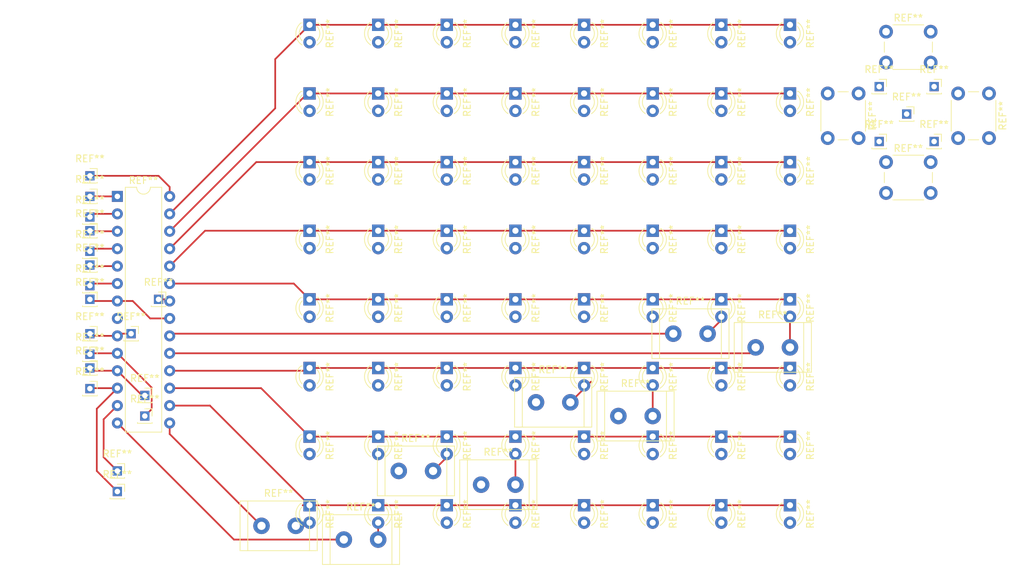
<source format=kicad_pcb>
(kicad_pcb (version 20171130) (host pcbnew 5.1.9)
  (layers (0 F.Cu signal) (31 B.Cu signal) (34 B.Paste user) (35 F.Paste user) (36 B.SilkS user) (37 F.SilkS user) (38 B.Mask user) (39 F.Mask user) (44 Edge.Cuts user))
  (net 0 "")
  (module Resistor_THT:R_Radial_Power_L11.0mm_W7.0mm_P5.00mm (layer F.Cu) (at 133 85)
    (fp_text reference REF** (at 2.5 -4.75) (layer F.SilkS))
    (fp_text value R_Radial_Power_L11.0mm_W7.0mm_P5.00mm)
    (pad 2 thru_hole circle (at 5 0) (size 2.4 2.4) (drill 1.2) (layers *.Cu *.Mask))
    (pad 1 thru_hole circle (at 0 0) (size 2.4 2.4) (drill 1.2) (layers *.Cu *.Mask))
  )
  (module Resistor_THT:R_Radial_Power_L11.0mm_W7.0mm_P5.00mm (layer F.Cu) (at 145 87)
    (fp_text reference REF** (at 2.5 -4.75) (layer F.SilkS))
    (fp_text value R_Radial_Power_L11.0mm_W7.0mm_P5.00mm)
    (pad 1 thru_hole circle (at 0 0) (size 2.4 2.4) (drill 1.2) (layers *.Cu *.Mask))
    (pad 2 thru_hole circle (at 5 0) (size 2.4 2.4) (drill 1.2) (layers *.Cu *.Mask))
  )
  (module Resistor_THT:R_Radial_Power_L11.0mm_W7.0mm_P5.00mm (layer F.Cu) (at 125 97)
    (fp_text reference REF** (at 2.5 -4.75) (layer F.SilkS))
    (fp_text value R_Radial_Power_L11.0mm_W7.0mm_P5.00mm)
    (pad 2 thru_hole circle (at 5 0) (size 2.4 2.4) (drill 1.2) (layers *.Cu *.Mask))
    (pad 1 thru_hole circle (at 0 0) (size 2.4 2.4) (drill 1.2) (layers *.Cu *.Mask))
  )
  (module Resistor_THT:R_Radial_Power_L11.0mm_W7.0mm_P5.00mm (layer F.Cu) (at 113 95)
    (fp_text reference REF** (at 2.5 -4.75) (layer F.SilkS))
    (fp_text value R_Radial_Power_L11.0mm_W7.0mm_P5.00mm)
    (pad 1 thru_hole circle (at 0 0) (size 2.4 2.4) (drill 1.2) (layers *.Cu *.Mask))
    (pad 2 thru_hole circle (at 5 0) (size 2.4 2.4) (drill 1.2) (layers *.Cu *.Mask))
  )
  (module Resistor_THT:R_Radial_Power_L11.0mm_W7.0mm_P5.00mm (layer F.Cu) (at 105 107)
    (fp_text reference REF** (at 2.5 -4.75) (layer F.SilkS))
    (fp_text value R_Radial_Power_L11.0mm_W7.0mm_P5.00mm)
    (pad 1 thru_hole circle (at 0 0) (size 2.4 2.4) (drill 1.2) (layers *.Cu *.Mask))
    (pad 2 thru_hole circle (at 5 0) (size 2.4 2.4) (drill 1.2) (layers *.Cu *.Mask))
  )
  (module Resistor_THT:R_Radial_Power_L11.0mm_W7.0mm_P5.00mm (layer F.Cu) (at 93 105)
    (fp_text reference REF** (at 2.5 -4.75) (layer F.SilkS))
    (fp_text value R_Radial_Power_L11.0mm_W7.0mm_P5.00mm)
    (pad 2 thru_hole circle (at 5 0) (size 2.4 2.4) (drill 1.2) (layers *.Cu *.Mask))
    (pad 1 thru_hole circle (at 0 0) (size 2.4 2.4) (drill 1.2) (layers *.Cu *.Mask))
  )
  (module Resistor_THT:R_Radial_Power_L11.0mm_W7.0mm_P5.00mm (layer F.Cu) (at 73 113)
    (fp_text reference REF** (at 2.5 -4.75) (layer F.SilkS))
    (fp_text value R_Radial_Power_L11.0mm_W7.0mm_P5.00mm)
    (pad 1 thru_hole circle (at 0 0) (size 2.4 2.4) (drill 1.2) (layers *.Cu *.Mask))
    (pad 2 thru_hole circle (at 5 0) (size 2.4 2.4) (drill 1.2) (layers *.Cu *.Mask))
  )
  (module Resistor_THT:R_Radial_Power_L11.0mm_W7.0mm_P5.00mm (layer F.Cu) (at 85 115)
    (fp_text reference REF** (at 2.5 -4.75) (layer F.SilkS))
    (fp_text value R_Radial_Power_L11.0mm_W7.0mm_P5.00mm)
    (pad 2 thru_hole circle (at 5 0) (size 2.4 2.4) (drill 1.2) (layers *.Cu *.Mask))
    (pad 1 thru_hole circle (at 0 0) (size 2.4 2.4) (drill 1.2) (layers *.Cu *.Mask))
  )
  (module Connector_PinSocket_2.00mm:PinSocket_1x01_P2.00mm_Vertical (layer F.Cu) (at 58 80)
    (fp_text reference REF** (at 0 -2.5) (layer F.SilkS))
    (fp_text value PinSocket_1x01_P2.00mm_Vertical)
    (pad 1 thru_hole rect (at 0 0) (size 1.35 1.35) (drill 0.8) (layers *.Cu *.Mask))
  )
  (module Connector_PinSocket_2.00mm:PinSocket_1x01_P2.00mm_Vertical (layer F.Cu) (at 54 85)
    (fp_text reference REF** (at 0 -2.5) (layer F.SilkS))
    (fp_text value PinSocket_1x01_P2.00mm_Vertical)
    (pad 1 thru_hole rect (at 0 0) (size 1.35 1.35) (drill 0.8) (layers *.Cu *.Mask))
  )
  (module Connector_PinSocket_2.00mm:PinSocket_1x01_P2.00mm_Vertical (layer F.Cu) (at 48 93)
    (fp_text reference REF** (at 0 -2.5) (layer F.SilkS))
    (fp_text value PinSocket_1x01_P2.00mm_Vertical)
    (pad 1 thru_hole rect (at 0 0) (size 1.35 1.35) (drill 0.8) (layers *.Cu *.Mask))
  )
  (module Connector_PinSocket_2.00mm:PinSocket_1x01_P2.00mm_Vertical (layer F.Cu) (at 48 88)
    (fp_text reference REF** (at 0 -2.5) (layer F.SilkS))
    (fp_text value PinSocket_1x01_P2.00mm_Vertical)
    (pad 1 thru_hole rect (at 0 0) (size 1.35 1.35) (drill 0.8) (layers *.Cu *.Mask))
  )
  (module Connector_PinSocket_2.00mm:PinSocket_1x01_P2.00mm_Vertical (layer F.Cu) (at 48 90)
    (fp_text reference REF** (at 0 -2.5) (layer F.SilkS))
    (fp_text value PinSocket_1x01_P2.00mm_Vertical)
    (pad 1 thru_hole rect (at 0 0) (size 1.35 1.35) (drill 0.8) (layers *.Cu *.Mask))
  )
  (module Connector_PinSocket_2.00mm:PinSocket_1x01_P2.00mm_Vertical (layer F.Cu) (at 48 85)
    (fp_text reference REF** (at 0 -2.5) (layer F.SilkS))
    (fp_text value PinSocket_1x01_P2.00mm_Vertical)
    (pad 1 thru_hole rect (at 0 0) (size 1.35 1.35) (drill 0.8) (layers *.Cu *.Mask))
  )
  (module Connector_PinSocket_2.00mm:PinSocket_1x01_P2.00mm_Vertical (layer F.Cu) (at 48 78)
    (fp_text reference REF** (at 0 -2.5) (layer F.SilkS))
    (fp_text value PinSocket_1x01_P2.00mm_Vertical)
    (pad 1 thru_hole rect (at 0 0) (size 1.35 1.35) (drill 0.8) (layers *.Cu *.Mask))
  )
  (module Connector_PinSocket_2.00mm:PinSocket_1x01_P2.00mm_Vertical (layer F.Cu) (at 48 80)
    (fp_text reference REF** (at 0 -2.5) (layer F.SilkS))
    (fp_text value PinSocket_1x01_P2.00mm_Vertical)
    (pad 1 thru_hole rect (at 0 0) (size 1.35 1.35) (drill 0.8) (layers *.Cu *.Mask))
  )
  (module Connector_PinSocket_2.00mm:PinSocket_1x01_P2.00mm_Vertical (layer F.Cu) (at 48 75)
    (fp_text reference REF** (at 0 -2.5) (layer F.SilkS))
    (fp_text value PinSocket_1x01_P2.00mm_Vertical)
    (pad 1 thru_hole rect (at 0 0) (size 1.35 1.35) (drill 0.8) (layers *.Cu *.Mask))
  )
  (module Connector_PinSocket_2.00mm:PinSocket_1x01_P2.00mm_Vertical (layer F.Cu) (at 48 73)
    (fp_text reference REF** (at 0 -2.5) (layer F.SilkS))
    (fp_text value PinSocket_1x01_P2.00mm_Vertical)
    (pad 1 thru_hole rect (at 0 0) (size 1.35 1.35) (drill 0.8) (layers *.Cu *.Mask))
  )
  (module Connector_PinSocket_2.00mm:PinSocket_1x01_P2.00mm_Vertical (layer F.Cu) (at 48 70)
    (fp_text reference REF** (at 0 -2.5) (layer F.SilkS))
    (fp_text value PinSocket_1x01_P2.00mm_Vertical)
    (pad 1 thru_hole rect (at 0 0) (size 1.35 1.35) (drill 0.8) (layers *.Cu *.Mask))
  )
  (module Connector_PinSocket_2.00mm:PinSocket_1x01_P2.00mm_Vertical (layer F.Cu) (at 48 68)
    (fp_text reference REF** (at 0 -2.5) (layer F.SilkS))
    (fp_text value PinSocket_1x01_P2.00mm_Vertical)
    (pad 1 thru_hole rect (at 0 0) (size 1.35 1.35) (drill 0.8) (layers *.Cu *.Mask))
  )
  (module Connector_PinSocket_2.00mm:PinSocket_1x01_P2.00mm_Vertical (layer F.Cu) (at 48 65)
    (fp_text reference REF** (at 0 -2.5) (layer F.SilkS))
    (fp_text value PinSocket_1x01_P2.00mm_Vertical)
    (pad 1 thru_hole rect (at 0 0) (size 1.35 1.35) (drill 0.8) (layers *.Cu *.Mask))
  )
  (module Connector_PinSocket_2.00mm:PinSocket_1x01_P2.00mm_Vertical (layer F.Cu) (at 48 62)
    (fp_text reference REF** (at 0 -2.5) (layer F.SilkS))
    (fp_text value PinSocket_1x01_P2.00mm_Vertical)
    (pad 1 thru_hole rect (at 0 0) (size 1.35 1.35) (drill 0.8) (layers *.Cu *.Mask))
  )
  (module LED_THT:LED_D3.0mm (layer F.Cu) (at 120 80 270)
    (fp_text reference REF** (at 1.27 -2.96 90) (layer F.SilkS))
    (fp_text value LED_D3.0mm)
    (pad 1 thru_hole rect (at 0 0 270) (size 1.8 1.8) (drill 0.9) (layers *.Cu *.Mask))
    (pad 2 thru_hole circle (at 2.54 0 270) (size 1.8 1.8) (drill 0.9) (layers *.Cu *.Mask))
  )
  (module Connector_PinSocket_2.00mm:PinSocket_1x01_P2.00mm_Vertical (layer F.Cu) (at 56 94)
    (fp_text reference REF** (at 0 -2.5) (layer F.SilkS))
    (fp_text value PinSocket_1x01_P2.00mm_Vertical)
    (pad 1 thru_hole rect (at 0 0) (size 1.35 1.35) (drill 0.8) (layers *.Cu *.Mask))
  )
  (module Connector_PinSocket_2.00mm:PinSocket_1x01_P2.00mm_Vertical (layer F.Cu) (at 56 97)
    (fp_text reference REF** (at 0 -2.5) (layer F.SilkS))
    (fp_text value PinSocket_1x01_P2.00mm_Vertical)
    (pad 1 thru_hole rect (at 0 0) (size 1.35 1.35) (drill 0.8) (layers *.Cu *.Mask))
  )
  (module Button_Switch_THT:SW_PUSH_6mm_H4.3mm (layer F.Cu) (at 160 50 270)
    (fp_text reference REF** (at 3.25 -2 90) (layer F.SilkS))
    (fp_text value SW_PUSH_6mm_H4.3mm)
    (pad 2 thru_hole circle (at 0 4.5) (size 2 2) (drill 1.1) (layers *.Cu *.Mask))
    (pad 1 thru_hole circle (at 0 0) (size 2 2) (drill 1.1) (layers *.Cu *.Mask))
    (pad 2 thru_hole circle (at 6.5 4.5) (size 2 2) (drill 1.1) (layers *.Cu *.Mask))
    (pad 1 thru_hole circle (at 6.5 0) (size 2 2) (drill 1.1) (layers *.Cu *.Mask))
  )
  (module Button_Switch_THT:SW_PUSH_6mm_H4.3mm (layer F.Cu) (at 164 60)
    (fp_text reference REF** (at 3.25 -2) (layer F.SilkS))
    (fp_text value SW_PUSH_6mm_H4.3mm)
    (pad 1 thru_hole circle (at 6.5 0 90) (size 2 2) (drill 1.1) (layers *.Cu *.Mask))
    (pad 2 thru_hole circle (at 6.5 4.5 90) (size 2 2) (drill 1.1) (layers *.Cu *.Mask))
    (pad 1 thru_hole circle (at 0 0 90) (size 2 2) (drill 1.1) (layers *.Cu *.Mask))
    (pad 2 thru_hole circle (at 0 4.5 90) (size 2 2) (drill 1.1) (layers *.Cu *.Mask))
  )
  (module Button_Switch_THT:SW_PUSH_6mm_H4.3mm (layer F.Cu) (at 179 50 270)
    (fp_text reference REF** (at 3.25 -2 90) (layer F.SilkS))
    (fp_text value SW_PUSH_6mm_H4.3mm)
    (pad 2 thru_hole circle (at 0 4.5) (size 2 2) (drill 1.1) (layers *.Cu *.Mask))
    (pad 1 thru_hole circle (at 0 0) (size 2 2) (drill 1.1) (layers *.Cu *.Mask))
    (pad 2 thru_hole circle (at 6.5 4.5) (size 2 2) (drill 1.1) (layers *.Cu *.Mask))
    (pad 1 thru_hole circle (at 6.5 0) (size 2 2) (drill 1.1) (layers *.Cu *.Mask))
  )
  (module Button_Switch_THT:SW_PUSH_6mm_H4.3mm (layer F.Cu) (at 164 41)
    (fp_text reference REF** (at 3.25 -2) (layer F.SilkS))
    (fp_text value SW_PUSH_6mm_H4.3mm)
    (pad 1 thru_hole circle (at 6.5 0 90) (size 2 2) (drill 1.1) (layers *.Cu *.Mask))
    (pad 2 thru_hole circle (at 6.5 4.5 90) (size 2 2) (drill 1.1) (layers *.Cu *.Mask))
    (pad 1 thru_hole circle (at 0 0 90) (size 2 2) (drill 1.1) (layers *.Cu *.Mask))
    (pad 2 thru_hole circle (at 0 4.5 90) (size 2 2) (drill 1.1) (layers *.Cu *.Mask))
  )
  (module Connector_PinSocket_2.00mm:PinSocket_1x01_P2.00mm_Vertical (layer F.Cu) (at 171 49)
    (fp_text reference REF** (at 0 -2.5) (layer F.SilkS))
    (fp_text value PinSocket_1x01_P2.00mm_Vertical)
    (pad 1 thru_hole rect (at 0 0) (size 1.35 1.35) (drill 0.8) (layers *.Cu *.Mask))
  )
  (module Connector_PinSocket_2.00mm:PinSocket_1x01_P2.00mm_Vertical (layer F.Cu) (at 171 57)
    (fp_text reference REF** (at 0 -2.5) (layer F.SilkS))
    (fp_text value PinSocket_1x01_P2.00mm_Vertical)
    (pad 1 thru_hole rect (at 0 0) (size 1.35 1.35) (drill 0.8) (layers *.Cu *.Mask))
  )
  (module Connector_PinSocket_2.00mm:PinSocket_1x01_P2.00mm_Vertical (layer F.Cu) (at 163 57)
    (fp_text reference REF** (at 0 -2.5) (layer F.SilkS))
    (fp_text value PinSocket_1x01_P2.00mm_Vertical)
    (pad 1 thru_hole rect (at 0 0) (size 1.35 1.35) (drill 0.8) (layers *.Cu *.Mask))
  )
  (module Connector_PinSocket_2.00mm:PinSocket_1x01_P2.00mm_Vertical (layer F.Cu) (at 163 49)
    (fp_text reference REF** (at 0 -2.5) (layer F.SilkS))
    (fp_text value PinSocket_1x01_P2.00mm_Vertical)
    (pad 1 thru_hole rect (at 0 0) (size 1.35 1.35) (drill 0.8) (layers *.Cu *.Mask))
  )
  (module Connector_PinSocket_2.00mm:PinSocket_1x01_P2.00mm_Vertical (layer F.Cu) (at 167 53)
    (fp_text reference REF** (at 0 -2.5) (layer F.SilkS))
    (fp_text value PinSocket_1x01_P2.00mm_Vertical)
    (pad 1 thru_hole rect (at 0 0) (size 1.35 1.35) (drill 0.8) (layers *.Cu *.Mask))
  )
  (module Connector_PinSocket_2.00mm:PinSocket_1x01_P2.00mm_Vertical (layer F.Cu) (at 52 108)
    (fp_text reference REF** (at 0 -2.5) (layer F.SilkS))
    (fp_text value PinSocket_1x01_P2.00mm_Vertical)
    (pad 1 thru_hole rect (at 0 0) (size 1.35 1.35) (drill 0.8) (layers *.Cu *.Mask))
  )
  (module Connector_PinSocket_2.00mm:PinSocket_1x01_P2.00mm_Vertical (layer F.Cu) (at 52 105)
    (fp_text reference REF** (at 0 -2.5) (layer F.SilkS))
    (fp_text value PinSocket_1x01_P2.00mm_Vertical)
    (pad 1 thru_hole rect (at 0 0) (size 1.35 1.35) (drill 0.8) (layers *.Cu *.Mask))
  )
  (module Package_DIP:DIP-28_W7.62mm (layer F.Cu) (at 52 65)
    (fp_text reference REF** (at 3.81 -2.33) (layer F.SilkS))
    (fp_text value DIP-28_W7.62mm)
    (pad 28 thru_hole oval (at 7.62 0) (size 1.6 1.6) (drill 0.8) (layers *.Cu *.Mask))
    (pad 14 thru_hole oval (at 0 33.02) (size 1.6 1.6) (drill 0.8) (layers *.Cu *.Mask))
    (pad 27 thru_hole oval (at 7.62 2.54) (size 1.6 1.6) (drill 0.8) (layers *.Cu *.Mask))
    (pad 13 thru_hole oval (at 0 30.48) (size 1.6 1.6) (drill 0.8) (layers *.Cu *.Mask))
    (pad 26 thru_hole oval (at 7.62 5.08) (size 1.6 1.6) (drill 0.8) (layers *.Cu *.Mask))
    (pad 12 thru_hole oval (at 0 27.94) (size 1.6 1.6) (drill 0.8) (layers *.Cu *.Mask))
    (pad 25 thru_hole oval (at 7.62 7.62) (size 1.6 1.6) (drill 0.8) (layers *.Cu *.Mask))
    (pad 11 thru_hole oval (at 0 25.4) (size 1.6 1.6) (drill 0.8) (layers *.Cu *.Mask))
    (pad 24 thru_hole oval (at 7.62 10.16) (size 1.6 1.6) (drill 0.8) (layers *.Cu *.Mask))
    (pad 10 thru_hole oval (at 0 22.86) (size 1.6 1.6) (drill 0.8) (layers *.Cu *.Mask))
    (pad 23 thru_hole oval (at 7.62 12.7) (size 1.6 1.6) (drill 0.8) (layers *.Cu *.Mask))
    (pad 9 thru_hole oval (at 0 20.32) (size 1.6 1.6) (drill 0.8) (layers *.Cu *.Mask))
    (pad 22 thru_hole oval (at 7.62 15.24) (size 1.6 1.6) (drill 0.8) (layers *.Cu *.Mask))
    (pad 8 thru_hole oval (at 0 17.78) (size 1.6 1.6) (drill 0.8) (layers *.Cu *.Mask))
    (pad 21 thru_hole oval (at 7.62 17.78) (size 1.6 1.6) (drill 0.8) (layers *.Cu *.Mask))
    (pad 7 thru_hole oval (at 0 15.24) (size 1.6 1.6) (drill 0.8) (layers *.Cu *.Mask))
    (pad 20 thru_hole oval (at 7.62 20.32) (size 1.6 1.6) (drill 0.8) (layers *.Cu *.Mask))
    (pad 6 thru_hole oval (at 0 12.7) (size 1.6 1.6) (drill 0.8) (layers *.Cu *.Mask))
    (pad 19 thru_hole oval (at 7.62 22.86) (size 1.6 1.6) (drill 0.8) (layers *.Cu *.Mask))
    (pad 5 thru_hole oval (at 0 10.16) (size 1.6 1.6) (drill 0.8) (layers *.Cu *.Mask))
    (pad 18 thru_hole oval (at 7.62 25.4) (size 1.6 1.6) (drill 0.8) (layers *.Cu *.Mask))
    (pad 4 thru_hole oval (at 0 7.62) (size 1.6 1.6) (drill 0.8) (layers *.Cu *.Mask))
    (pad 17 thru_hole oval (at 7.62 27.94) (size 1.6 1.6) (drill 0.8) (layers *.Cu *.Mask))
    (pad 3 thru_hole oval (at 0 5.08) (size 1.6 1.6) (drill 0.8) (layers *.Cu *.Mask))
    (pad 16 thru_hole oval (at 7.62 30.48) (size 1.6 1.6) (drill 0.8) (layers *.Cu *.Mask))
    (pad 2 thru_hole oval (at 0 2.54) (size 1.6 1.6) (drill 0.8) (layers *.Cu *.Mask))
    (pad 15 thru_hole oval (at 7.62 33.02) (size 1.6 1.6) (drill 0.8) (layers *.Cu *.Mask))
    (pad 1 thru_hole rect (at 0 0) (size 1.6 1.6) (drill 0.8) (layers *.Cu *.Mask))
  )
  (module LED_THT:LED_D3.0mm (layer F.Cu) (at 80 40 270)
    (fp_text reference REF** (at 1.27 -2.96 90) (layer F.SilkS))
    (fp_text value LED_D3.0mm)
    (pad 1 thru_hole rect (at 0 0 270) (size 1.8 1.8) (drill 0.9) (layers *.Cu *.Mask))
    (pad 2 thru_hole circle (at 2.54 0 270) (size 1.8 1.8) (drill 0.9) (layers *.Cu *.Mask))
  )
  (module LED_THT:LED_D3.0mm (layer F.Cu) (at 80 70 270)
    (fp_text reference REF** (at 1.27 -2.96 90) (layer F.SilkS))
    (fp_text value LED_D3.0mm)
    (pad 2 thru_hole circle (at 2.54 0 270) (size 1.8 1.8) (drill 0.9) (layers *.Cu *.Mask))
    (pad 1 thru_hole rect (at 0 0 270) (size 1.8 1.8) (drill 0.9) (layers *.Cu *.Mask))
  )
  (module LED_THT:LED_D3.0mm (layer F.Cu) (at 90 90 270)
    (fp_text reference REF** (at 1.27 -2.96 90) (layer F.SilkS))
    (fp_text value LED_D3.0mm)
    (pad 1 thru_hole rect (at 0 0 270) (size 1.8 1.8) (drill 0.9) (layers *.Cu *.Mask))
    (pad 2 thru_hole circle (at 2.54 0 270) (size 1.8 1.8) (drill 0.9) (layers *.Cu *.Mask))
  )
  (module LED_THT:LED_D3.0mm (layer F.Cu) (at 80 90 270)
    (fp_text reference REF** (at 1.27 -2.96 90) (layer F.SilkS))
    (fp_text value LED_D3.0mm)
    (pad 2 thru_hole circle (at 2.54 0 270) (size 1.8 1.8) (drill 0.9) (layers *.Cu *.Mask))
    (pad 1 thru_hole rect (at 0 0 270) (size 1.8 1.8) (drill 0.9) (layers *.Cu *.Mask))
  )
  (module LED_THT:LED_D3.0mm (layer F.Cu) (at 110 40 270)
    (fp_text reference REF** (at 1.27 -2.96 90) (layer F.SilkS))
    (fp_text value LED_D3.0mm)
    (pad 2 thru_hole circle (at 2.54 0 270) (size 1.8 1.8) (drill 0.9) (layers *.Cu *.Mask))
    (pad 1 thru_hole rect (at 0 0 270) (size 1.8 1.8) (drill 0.9) (layers *.Cu *.Mask))
  )
  (module LED_THT:LED_D3.0mm (layer F.Cu) (at 150 40 270)
    (fp_text reference REF** (at 1.27 -2.96 90) (layer F.SilkS))
    (fp_text value LED_D3.0mm)
    (pad 2 thru_hole circle (at 2.54 0 270) (size 1.8 1.8) (drill 0.9) (layers *.Cu *.Mask))
    (pad 1 thru_hole rect (at 0 0 270) (size 1.8 1.8) (drill 0.9) (layers *.Cu *.Mask))
  )
  (module LED_THT:LED_D3.0mm (layer F.Cu) (at 130 40 270)
    (fp_text reference REF** (at 1.27 -2.96 90) (layer F.SilkS))
    (fp_text value LED_D3.0mm)
    (pad 2 thru_hole circle (at 2.54 0 270) (size 1.8 1.8) (drill 0.9) (layers *.Cu *.Mask))
    (pad 1 thru_hole rect (at 0 0 270) (size 1.8 1.8) (drill 0.9) (layers *.Cu *.Mask))
  )
  (module LED_THT:LED_D3.0mm (layer F.Cu) (at 140 40 270)
    (fp_text reference REF** (at 1.27 -2.96 90) (layer F.SilkS))
    (fp_text value LED_D3.0mm)
    (pad 1 thru_hole rect (at 0 0 270) (size 1.8 1.8) (drill 0.9) (layers *.Cu *.Mask))
    (pad 2 thru_hole circle (at 2.54 0 270) (size 1.8 1.8) (drill 0.9) (layers *.Cu *.Mask))
  )
  (module LED_THT:LED_D3.0mm (layer F.Cu) (at 120 40 270)
    (fp_text reference REF** (at 1.27 -2.96 90) (layer F.SilkS))
    (fp_text value LED_D3.0mm)
    (pad 1 thru_hole rect (at 0 0 270) (size 1.8 1.8) (drill 0.9) (layers *.Cu *.Mask))
    (pad 2 thru_hole circle (at 2.54 0 270) (size 1.8 1.8) (drill 0.9) (layers *.Cu *.Mask))
  )
  (module LED_THT:LED_D3.0mm (layer F.Cu) (at 90 40 270)
    (fp_text reference REF** (at 1.27 -2.96 90) (layer F.SilkS))
    (fp_text value LED_D3.0mm)
    (pad 2 thru_hole circle (at 2.54 0 270) (size 1.8 1.8) (drill 0.9) (layers *.Cu *.Mask))
    (pad 1 thru_hole rect (at 0 0 270) (size 1.8 1.8) (drill 0.9) (layers *.Cu *.Mask))
  )
  (module LED_THT:LED_D3.0mm (layer F.Cu) (at 100 40 270)
    (fp_text reference REF** (at 1.27 -2.96 90) (layer F.SilkS))
    (fp_text value LED_D3.0mm)
    (pad 1 thru_hole rect (at 0 0 270) (size 1.8 1.8) (drill 0.9) (layers *.Cu *.Mask))
    (pad 2 thru_hole circle (at 2.54 0 270) (size 1.8 1.8) (drill 0.9) (layers *.Cu *.Mask))
  )
  (module LED_THT:LED_D3.0mm (layer F.Cu) (at 100 110 270)
    (fp_text reference REF** (at 1.27 -2.96 90) (layer F.SilkS))
    (fp_text value LED_D3.0mm)
    (pad 2 thru_hole circle (at 2.54 0 270) (size 1.8 1.8) (drill 0.9) (layers *.Cu *.Mask))
    (pad 1 thru_hole rect (at 0 0 270) (size 1.8 1.8) (drill 0.9) (layers *.Cu *.Mask))
  )
  (module LED_THT:LED_D3.0mm (layer F.Cu) (at 140 110 270)
    (fp_text reference REF** (at 1.27 -2.96 90) (layer F.SilkS))
    (fp_text value LED_D3.0mm)
    (pad 2 thru_hole circle (at 2.54 0 270) (size 1.8 1.8) (drill 0.9) (layers *.Cu *.Mask))
    (pad 1 thru_hole rect (at 0 0 270) (size 1.8 1.8) (drill 0.9) (layers *.Cu *.Mask))
  )
  (module LED_THT:LED_D3.0mm (layer F.Cu) (at 120 110 270)
    (fp_text reference REF** (at 1.27 -2.96 90) (layer F.SilkS))
    (fp_text value LED_D3.0mm)
    (pad 2 thru_hole circle (at 2.54 0 270) (size 1.8 1.8) (drill 0.9) (layers *.Cu *.Mask))
    (pad 1 thru_hole rect (at 0 0 270) (size 1.8 1.8) (drill 0.9) (layers *.Cu *.Mask))
  )
  (module LED_THT:LED_D3.0mm (layer F.Cu) (at 130 110 270)
    (fp_text reference REF** (at 1.27 -2.96 90) (layer F.SilkS))
    (fp_text value LED_D3.0mm)
    (pad 1 thru_hole rect (at 0 0 270) (size 1.8 1.8) (drill 0.9) (layers *.Cu *.Mask))
    (pad 2 thru_hole circle (at 2.54 0 270) (size 1.8 1.8) (drill 0.9) (layers *.Cu *.Mask))
  )
  (module LED_THT:LED_D3.0mm (layer F.Cu) (at 80 110 270)
    (fp_text reference REF** (at 1.27 -2.96 90) (layer F.SilkS))
    (fp_text value LED_D3.0mm)
    (pad 2 thru_hole circle (at 2.54 0 270) (size 1.8 1.8) (drill 0.9) (layers *.Cu *.Mask))
    (pad 1 thru_hole rect (at 0 0 270) (size 1.8 1.8) (drill 0.9) (layers *.Cu *.Mask))
  )
  (module LED_THT:LED_D3.0mm (layer F.Cu) (at 150 110 270)
    (fp_text reference REF** (at 1.27 -2.96 90) (layer F.SilkS))
    (fp_text value LED_D3.0mm)
    (pad 1 thru_hole rect (at 0 0 270) (size 1.8 1.8) (drill 0.9) (layers *.Cu *.Mask))
    (pad 2 thru_hole circle (at 2.54 0 270) (size 1.8 1.8) (drill 0.9) (layers *.Cu *.Mask))
  )
  (module LED_THT:LED_D3.0mm (layer F.Cu) (at 110 110 270)
    (fp_text reference REF** (at 1.27 -2.96 90) (layer F.SilkS))
    (fp_text value LED_D3.0mm)
    (pad 1 thru_hole rect (at 0 0 270) (size 1.8 1.8) (drill 0.9) (layers *.Cu *.Mask))
    (pad 2 thru_hole circle (at 2.54 0 270) (size 1.8 1.8) (drill 0.9) (layers *.Cu *.Mask))
  )
  (module LED_THT:LED_D3.0mm (layer F.Cu) (at 90 110 270)
    (fp_text reference REF** (at 1.27 -2.96 90) (layer F.SilkS))
    (fp_text value LED_D3.0mm)
    (pad 1 thru_hole rect (at 0 0 270) (size 1.8 1.8) (drill 0.9) (layers *.Cu *.Mask))
    (pad 2 thru_hole circle (at 2.54 0 270) (size 1.8 1.8) (drill 0.9) (layers *.Cu *.Mask))
  )
  (module LED_THT:LED_D3.0mm (layer F.Cu) (at 110 100 270)
    (fp_text reference REF** (at 1.27 -2.96 90) (layer F.SilkS))
    (fp_text value LED_D3.0mm)
    (pad 2 thru_hole circle (at 2.54 0 270) (size 1.8 1.8) (drill 0.9) (layers *.Cu *.Mask))
    (pad 1 thru_hole rect (at 0 0 270) (size 1.8 1.8) (drill 0.9) (layers *.Cu *.Mask))
  )
  (module LED_THT:LED_D3.0mm (layer F.Cu) (at 140 100 270)
    (fp_text reference REF** (at 1.27 -2.96 90) (layer F.SilkS))
    (fp_text value LED_D3.0mm)
    (pad 1 thru_hole rect (at 0 0 270) (size 1.8 1.8) (drill 0.9) (layers *.Cu *.Mask))
    (pad 2 thru_hole circle (at 2.54 0 270) (size 1.8 1.8) (drill 0.9) (layers *.Cu *.Mask))
  )
  (module LED_THT:LED_D3.0mm (layer F.Cu) (at 150 100 270)
    (fp_text reference REF** (at 1.27 -2.96 90) (layer F.SilkS))
    (fp_text value LED_D3.0mm)
    (pad 2 thru_hole circle (at 2.54 0 270) (size 1.8 1.8) (drill 0.9) (layers *.Cu *.Mask))
    (pad 1 thru_hole rect (at 0 0 270) (size 1.8 1.8) (drill 0.9) (layers *.Cu *.Mask))
  )
  (module LED_THT:LED_D3.0mm (layer F.Cu) (at 80 100 270)
    (fp_text reference REF** (at 1.27 -2.96 90) (layer F.SilkS))
    (fp_text value LED_D3.0mm)
    (pad 1 thru_hole rect (at 0 0 270) (size 1.8 1.8) (drill 0.9) (layers *.Cu *.Mask))
    (pad 2 thru_hole circle (at 2.54 0 270) (size 1.8 1.8) (drill 0.9) (layers *.Cu *.Mask))
  )
  (module LED_THT:LED_D3.0mm (layer F.Cu) (at 120 100 270)
    (fp_text reference REF** (at 1.27 -2.96 90) (layer F.SilkS))
    (fp_text value LED_D3.0mm)
    (pad 1 thru_hole rect (at 0 0 270) (size 1.8 1.8) (drill 0.9) (layers *.Cu *.Mask))
    (pad 2 thru_hole circle (at 2.54 0 270) (size 1.8 1.8) (drill 0.9) (layers *.Cu *.Mask))
  )
  (module LED_THT:LED_D3.0mm (layer F.Cu) (at 90 100 270)
    (fp_text reference REF** (at 1.27 -2.96 90) (layer F.SilkS))
    (fp_text value LED_D3.0mm)
    (pad 2 thru_hole circle (at 2.54 0 270) (size 1.8 1.8) (drill 0.9) (layers *.Cu *.Mask))
    (pad 1 thru_hole rect (at 0 0 270) (size 1.8 1.8) (drill 0.9) (layers *.Cu *.Mask))
  )
  (module LED_THT:LED_D3.0mm (layer F.Cu) (at 100 100 270)
    (fp_text reference REF** (at 1.27 -2.96 90) (layer F.SilkS))
    (fp_text value LED_D3.0mm)
    (pad 1 thru_hole rect (at 0 0 270) (size 1.8 1.8) (drill 0.9) (layers *.Cu *.Mask))
    (pad 2 thru_hole circle (at 2.54 0 270) (size 1.8 1.8) (drill 0.9) (layers *.Cu *.Mask))
  )
  (module LED_THT:LED_D3.0mm (layer F.Cu) (at 130 100 270)
    (fp_text reference REF** (at 1.27 -2.96 90) (layer F.SilkS))
    (fp_text value LED_D3.0mm)
    (pad 2 thru_hole circle (at 2.54 0 270) (size 1.8 1.8) (drill 0.9) (layers *.Cu *.Mask))
    (pad 1 thru_hole rect (at 0 0 270) (size 1.8 1.8) (drill 0.9) (layers *.Cu *.Mask))
  )
  (module LED_THT:LED_D3.0mm (layer F.Cu) (at 100 90 270)
    (fp_text reference REF** (at 1.27 -2.96 90) (layer F.SilkS))
    (fp_text value LED_D3.0mm)
    (pad 2 thru_hole circle (at 2.54 0 270) (size 1.8 1.8) (drill 0.9) (layers *.Cu *.Mask))
    (pad 1 thru_hole rect (at 0 0 270) (size 1.8 1.8) (drill 0.9) (layers *.Cu *.Mask))
  )
  (module LED_THT:LED_D3.0mm (layer F.Cu) (at 150 90 270)
    (fp_text reference REF** (at 1.27 -2.96 90) (layer F.SilkS))
    (fp_text value LED_D3.0mm)
    (pad 1 thru_hole rect (at 0 0 270) (size 1.8 1.8) (drill 0.9) (layers *.Cu *.Mask))
    (pad 2 thru_hole circle (at 2.54 0 270) (size 1.8 1.8) (drill 0.9) (layers *.Cu *.Mask))
  )
  (module LED_THT:LED_D3.0mm (layer F.Cu) (at 140 90 270)
    (fp_text reference REF** (at 1.27 -2.96 90) (layer F.SilkS))
    (fp_text value LED_D3.0mm)
    (pad 2 thru_hole circle (at 2.54 0 270) (size 1.8 1.8) (drill 0.9) (layers *.Cu *.Mask))
    (pad 1 thru_hole rect (at 0 0 270) (size 1.8 1.8) (drill 0.9) (layers *.Cu *.Mask))
  )
  (module LED_THT:LED_D3.0mm (layer F.Cu) (at 130 90 270)
    (fp_text reference REF** (at 1.27 -2.96 90) (layer F.SilkS))
    (fp_text value LED_D3.0mm)
    (pad 1 thru_hole rect (at 0 0 270) (size 1.8 1.8) (drill 0.9) (layers *.Cu *.Mask))
    (pad 2 thru_hole circle (at 2.54 0 270) (size 1.8 1.8) (drill 0.9) (layers *.Cu *.Mask))
  )
  (module LED_THT:LED_D3.0mm (layer F.Cu) (at 120 90 270)
    (fp_text reference REF** (at 1.27 -2.96 90) (layer F.SilkS))
    (fp_text value LED_D3.0mm)
    (pad 2 thru_hole circle (at 2.54 0 270) (size 1.8 1.8) (drill 0.9) (layers *.Cu *.Mask))
    (pad 1 thru_hole rect (at 0 0 270) (size 1.8 1.8) (drill 0.9) (layers *.Cu *.Mask))
  )
  (module LED_THT:LED_D3.0mm (layer F.Cu) (at 110 90 270)
    (fp_text reference REF** (at 1.27 -2.96 90) (layer F.SilkS))
    (fp_text value LED_D3.0mm)
    (pad 1 thru_hole rect (at 0 0 270) (size 1.8 1.8) (drill 0.9) (layers *.Cu *.Mask))
    (pad 2 thru_hole circle (at 2.54 0 270) (size 1.8 1.8) (drill 0.9) (layers *.Cu *.Mask))
  )
  (module LED_THT:LED_D3.0mm (layer F.Cu) (at 90 80 270)
    (fp_text reference REF** (at 1.27 -2.96 90) (layer F.SilkS))
    (fp_text value LED_D3.0mm)
    (pad 2 thru_hole circle (at 2.54 0 270) (size 1.8 1.8) (drill 0.9) (layers *.Cu *.Mask))
    (pad 1 thru_hole rect (at 0 0 270) (size 1.8 1.8) (drill 0.9) (layers *.Cu *.Mask))
  )
  (module LED_THT:LED_D3.0mm (layer F.Cu) (at 140 80 270)
    (fp_text reference REF** (at 1.27 -2.96 90) (layer F.SilkS))
    (fp_text value LED_D3.0mm)
    (pad 1 thru_hole rect (at 0 0 270) (size 1.8 1.8) (drill 0.9) (layers *.Cu *.Mask))
    (pad 2 thru_hole circle (at 2.54 0 270) (size 1.8 1.8) (drill 0.9) (layers *.Cu *.Mask))
  )
  (module LED_THT:LED_D3.0mm (layer F.Cu) (at 130 80 270)
    (fp_text reference REF** (at 1.27 -2.96 90) (layer F.SilkS))
    (fp_text value LED_D3.0mm)
    (pad 2 thru_hole circle (at 2.54 0 270) (size 1.8 1.8) (drill 0.9) (layers *.Cu *.Mask))
    (pad 1 thru_hole rect (at 0 0 270) (size 1.8 1.8) (drill 0.9) (layers *.Cu *.Mask))
  )
  (module LED_THT:LED_D3.0mm (layer F.Cu) (at 80 80 270)
    (fp_text reference REF** (at 1.27 -2.96 90) (layer F.SilkS))
    (fp_text value LED_D3.0mm)
    (pad 1 thru_hole rect (at 0 0 270) (size 1.8 1.8) (drill 0.9) (layers *.Cu *.Mask))
    (pad 2 thru_hole circle (at 2.54 0 270) (size 1.8 1.8) (drill 0.9) (layers *.Cu *.Mask))
  )
  (module LED_THT:LED_D3.0mm (layer F.Cu) (at 110 80 270)
    (fp_text reference REF** (at 1.27 -2.96 90) (layer F.SilkS))
    (fp_text value LED_D3.0mm)
    (pad 2 thru_hole circle (at 2.54 0 270) (size 1.8 1.8) (drill 0.9) (layers *.Cu *.Mask))
    (pad 1 thru_hole rect (at 0 0 270) (size 1.8 1.8) (drill 0.9) (layers *.Cu *.Mask))
  )
  (module LED_THT:LED_D3.0mm (layer F.Cu) (at 150 80 270)
    (fp_text reference REF** (at 1.27 -2.96 90) (layer F.SilkS))
    (fp_text value LED_D3.0mm)
    (pad 2 thru_hole circle (at 2.54 0 270) (size 1.8 1.8) (drill 0.9) (layers *.Cu *.Mask))
    (pad 1 thru_hole rect (at 0 0 270) (size 1.8 1.8) (drill 0.9) (layers *.Cu *.Mask))
  )
  (module LED_THT:LED_D3.0mm (layer F.Cu) (at 100 80 270)
    (fp_text reference REF** (at 1.27 -2.96 90) (layer F.SilkS))
    (fp_text value LED_D3.0mm)
    (pad 1 thru_hole rect (at 0 0 270) (size 1.8 1.8) (drill 0.9) (layers *.Cu *.Mask))
    (pad 2 thru_hole circle (at 2.54 0 270) (size 1.8 1.8) (drill 0.9) (layers *.Cu *.Mask))
  )
  (module LED_THT:LED_D3.0mm (layer F.Cu) (at 90 70 270)
    (fp_text reference REF** (at 1.27 -2.96 90) (layer F.SilkS))
    (fp_text value LED_D3.0mm)
    (pad 1 thru_hole rect (at 0 0 270) (size 1.8 1.8) (drill 0.9) (layers *.Cu *.Mask))
    (pad 2 thru_hole circle (at 2.54 0 270) (size 1.8 1.8) (drill 0.9) (layers *.Cu *.Mask))
  )
  (module LED_THT:LED_D3.0mm (layer F.Cu) (at 100 70 270)
    (fp_text reference REF** (at 1.27 -2.96 90) (layer F.SilkS))
    (fp_text value LED_D3.0mm)
    (pad 2 thru_hole circle (at 2.54 0 270) (size 1.8 1.8) (drill 0.9) (layers *.Cu *.Mask))
    (pad 1 thru_hole rect (at 0 0 270) (size 1.8 1.8) (drill 0.9) (layers *.Cu *.Mask))
  )
  (module LED_THT:LED_D3.0mm (layer F.Cu) (at 120 70 270)
    (fp_text reference REF** (at 1.27 -2.96 90) (layer F.SilkS))
    (fp_text value LED_D3.0mm)
    (pad 2 thru_hole circle (at 2.54 0 270) (size 1.8 1.8) (drill 0.9) (layers *.Cu *.Mask))
    (pad 1 thru_hole rect (at 0 0 270) (size 1.8 1.8) (drill 0.9) (layers *.Cu *.Mask))
  )
  (module LED_THT:LED_D3.0mm (layer F.Cu) (at 140 70 270)
    (fp_text reference REF** (at 1.27 -2.96 90) (layer F.SilkS))
    (fp_text value LED_D3.0mm)
    (pad 2 thru_hole circle (at 2.54 0 270) (size 1.8 1.8) (drill 0.9) (layers *.Cu *.Mask))
    (pad 1 thru_hole rect (at 0 0 270) (size 1.8 1.8) (drill 0.9) (layers *.Cu *.Mask))
  )
  (module LED_THT:LED_D3.0mm (layer F.Cu) (at 150 70 270)
    (fp_text reference REF** (at 1.27 -2.96 90) (layer F.SilkS))
    (fp_text value LED_D3.0mm)
    (pad 1 thru_hole rect (at 0 0 270) (size 1.8 1.8) (drill 0.9) (layers *.Cu *.Mask))
    (pad 2 thru_hole circle (at 2.54 0 270) (size 1.8 1.8) (drill 0.9) (layers *.Cu *.Mask))
  )
  (module LED_THT:LED_D3.0mm (layer F.Cu) (at 110 70 270)
    (fp_text reference REF** (at 1.27 -2.96 90) (layer F.SilkS))
    (fp_text value LED_D3.0mm)
    (pad 1 thru_hole rect (at 0 0 270) (size 1.8 1.8) (drill 0.9) (layers *.Cu *.Mask))
    (pad 2 thru_hole circle (at 2.54 0 270) (size 1.8 1.8) (drill 0.9) (layers *.Cu *.Mask))
  )
  (module LED_THT:LED_D3.0mm (layer F.Cu) (at 130 70 270)
    (fp_text reference REF** (at 1.27 -2.96 90) (layer F.SilkS))
    (fp_text value LED_D3.0mm)
    (pad 1 thru_hole rect (at 0 0 270) (size 1.8 1.8) (drill 0.9) (layers *.Cu *.Mask))
    (pad 2 thru_hole circle (at 2.54 0 270) (size 1.8 1.8) (drill 0.9) (layers *.Cu *.Mask))
  )
  (module LED_THT:LED_D3.0mm (layer F.Cu) (at 110 60 270)
    (fp_text reference REF** (at 1.27 -2.96 90) (layer F.SilkS))
    (fp_text value LED_D3.0mm)
    (pad 2 thru_hole circle (at 2.54 0 270) (size 1.8 1.8) (drill 0.9) (layers *.Cu *.Mask))
    (pad 1 thru_hole rect (at 0 0 270) (size 1.8 1.8) (drill 0.9) (layers *.Cu *.Mask))
  )
  (module LED_THT:LED_D3.0mm (layer F.Cu) (at 80 60 270)
    (fp_text reference REF** (at 1.27 -2.96 90) (layer F.SilkS))
    (fp_text value LED_D3.0mm)
    (pad 1 thru_hole rect (at 0 0 270) (size 1.8 1.8) (drill 0.9) (layers *.Cu *.Mask))
    (pad 2 thru_hole circle (at 2.54 0 270) (size 1.8 1.8) (drill 0.9) (layers *.Cu *.Mask))
  )
  (module LED_THT:LED_D3.0mm (layer F.Cu) (at 90 60 270)
    (fp_text reference REF** (at 1.27 -2.96 90) (layer F.SilkS))
    (fp_text value LED_D3.0mm)
    (pad 2 thru_hole circle (at 2.54 0 270) (size 1.8 1.8) (drill 0.9) (layers *.Cu *.Mask))
    (pad 1 thru_hole rect (at 0 0 270) (size 1.8 1.8) (drill 0.9) (layers *.Cu *.Mask))
  )
  (module LED_THT:LED_D3.0mm (layer F.Cu) (at 100 60 270)
    (fp_text reference REF** (at 1.27 -2.96 90) (layer F.SilkS))
    (fp_text value LED_D3.0mm)
    (pad 1 thru_hole rect (at 0 0 270) (size 1.8 1.8) (drill 0.9) (layers *.Cu *.Mask))
    (pad 2 thru_hole circle (at 2.54 0 270) (size 1.8 1.8) (drill 0.9) (layers *.Cu *.Mask))
  )
  (module LED_THT:LED_D3.0mm (layer F.Cu) (at 120 60 270)
    (fp_text reference REF** (at 1.27 -2.96 90) (layer F.SilkS))
    (fp_text value LED_D3.0mm)
    (pad 1 thru_hole rect (at 0 0 270) (size 1.8 1.8) (drill 0.9) (layers *.Cu *.Mask))
    (pad 2 thru_hole circle (at 2.54 0 270) (size 1.8 1.8) (drill 0.9) (layers *.Cu *.Mask))
  )
  (module LED_THT:LED_D3.0mm (layer F.Cu) (at 130 60 270)
    (fp_text reference REF** (at 1.27 -2.96 90) (layer F.SilkS))
    (fp_text value LED_D3.0mm)
    (pad 2 thru_hole circle (at 2.54 0 270) (size 1.8 1.8) (drill 0.9) (layers *.Cu *.Mask))
    (pad 1 thru_hole rect (at 0 0 270) (size 1.8 1.8) (drill 0.9) (layers *.Cu *.Mask))
  )
  (module LED_THT:LED_D3.0mm (layer F.Cu) (at 150 60 270)
    (fp_text reference REF** (at 1.27 -2.96 90) (layer F.SilkS))
    (fp_text value LED_D3.0mm)
    (pad 2 thru_hole circle (at 2.54 0 270) (size 1.8 1.8) (drill 0.9) (layers *.Cu *.Mask))
    (pad 1 thru_hole rect (at 0 0 270) (size 1.8 1.8) (drill 0.9) (layers *.Cu *.Mask))
  )
  (module LED_THT:LED_D3.0mm (layer F.Cu) (at 140 60 270)
    (fp_text reference REF** (at 1.27 -2.96 90) (layer F.SilkS))
    (fp_text value LED_D3.0mm)
    (pad 1 thru_hole rect (at 0 0 270) (size 1.8 1.8) (drill 0.9) (layers *.Cu *.Mask))
    (pad 2 thru_hole circle (at 2.54 0 270) (size 1.8 1.8) (drill 0.9) (layers *.Cu *.Mask))
  )
  (module LED_THT:LED_D3.0mm (layer F.Cu) (at 150 50 270)
    (fp_text reference REF** (at 1.27 -2.96 90) (layer F.SilkS))
    (fp_text value LED_D3.0mm)
    (pad 1 thru_hole rect (at 0 0 270) (size 1.8 1.8) (drill 0.9) (layers *.Cu *.Mask))
    (pad 2 thru_hole circle (at 2.54 0 270) (size 1.8 1.8) (drill 0.9) (layers *.Cu *.Mask))
  )
  (module LED_THT:LED_D3.0mm (layer F.Cu) (at 140 50 270)
    (fp_text reference REF** (at 1.27 -2.96 90) (layer F.SilkS))
    (fp_text value LED_D3.0mm)
    (pad 2 thru_hole circle (at 2.54 0 270) (size 1.8 1.8) (drill 0.9) (layers *.Cu *.Mask))
    (pad 1 thru_hole rect (at 0 0 270) (size 1.8 1.8) (drill 0.9) (layers *.Cu *.Mask))
  )
  (module LED_THT:LED_D3.0mm (layer F.Cu) (at 130 50 270)
    (fp_text reference REF** (at 1.27 -2.96 90) (layer F.SilkS))
    (fp_text value LED_D3.0mm)
    (pad 1 thru_hole rect (at 0 0 270) (size 1.8 1.8) (drill 0.9) (layers *.Cu *.Mask))
    (pad 2 thru_hole circle (at 2.54 0 270) (size 1.8 1.8) (drill 0.9) (layers *.Cu *.Mask))
  )
  (module LED_THT:LED_D3.0mm (layer F.Cu) (at 120 50 270)
    (fp_text reference REF** (at 1.27 -2.96 90) (layer F.SilkS))
    (fp_text value LED_D3.0mm)
    (pad 2 thru_hole circle (at 2.54 0 270) (size 1.8 1.8) (drill 0.9) (layers *.Cu *.Mask))
    (pad 1 thru_hole rect (at 0 0 270) (size 1.8 1.8) (drill 0.9) (layers *.Cu *.Mask))
  )
  (module LED_THT:LED_D3.0mm (layer F.Cu) (at 110 50 270)
    (fp_text reference REF** (at 1.27 -2.96 90) (layer F.SilkS))
    (fp_text value LED_D3.0mm)
    (pad 1 thru_hole rect (at 0 0 270) (size 1.8 1.8) (drill 0.9) (layers *.Cu *.Mask))
    (pad 2 thru_hole circle (at 2.54 0 270) (size 1.8 1.8) (drill 0.9) (layers *.Cu *.Mask))
  )
  (module LED_THT:LED_D3.0mm (layer F.Cu) (at 100 50 270)
    (fp_text reference REF** (at 1.27 -2.96 90) (layer F.SilkS))
    (fp_text value LED_D3.0mm)
    (pad 2 thru_hole circle (at 2.54 0 270) (size 1.8 1.8) (drill 0.9) (layers *.Cu *.Mask))
    (pad 1 thru_hole rect (at 0 0 270) (size 1.8 1.8) (drill 0.9) (layers *.Cu *.Mask))
  )
  (module LED_THT:LED_D3.0mm (layer F.Cu) (at 90 50 270)
    (fp_text reference REF** (at 1.27 -2.96 90) (layer F.SilkS))
    (fp_text value LED_D3.0mm)
    (pad 1 thru_hole rect (at 0 0 270) (size 1.8 1.8) (drill 0.9) (layers *.Cu *.Mask))
    (pad 2 thru_hole circle (at 2.54 0 270) (size 1.8 1.8) (drill 0.9) (layers *.Cu *.Mask))
  )
  (module LED_THT:LED_D3.0mm (layer F.Cu) (at 80 50 270)
    (fp_text reference REF** (at 1.27 -2.96 90) (layer F.SilkS))
    (fp_text value LED_D3.0mm)
    (pad 2 thru_hole circle (at 2.54 0 270) (size 1.8 1.8) (drill 0.9) (layers *.Cu *.Mask))
    (pad 1 thru_hole rect (at 0 0 270) (size 1.8 1.8) (drill 0.9) (layers *.Cu *.Mask))
  )
  (segment (start 80 40) (end 150 40) (width 0.25) (layer F.Cu) (net 0))
  (segment (start 80 50) (end 150 50) (width 0.25) (layer F.Cu) (net 0))
  (segment (start 80 60) (end 150 60) (width 0.25) (layer F.Cu) (net 0))
  (segment (start 80 70) (end 150 70) (width 0.25) (layer F.Cu) (net 0))
  (segment (start 80 80) (end 150 80) (width 0.25) (layer F.Cu) (net 0))
  (segment (start 80 100) (end 150 100) (width 0.25) (layer F.Cu) (net 0))
  (segment (start 80 90) (end 150 90) (width 0.25) (layer F.Cu) (net 0))
  (segment (start 79 110) (end 150 110) (width 0.25) (layer F.Cu) (net 0))
  (segment (start 79.7 50) (end 80 50) (width 0.25) (layer F.Cu) (net 0))
  (segment (start 52 95.48) (end 50 97.48) (width 0.25) (layer F.Cu) (net 0))
  (segment (start 50 103) (end 52 105) (width 0.25) (layer F.Cu) (net 0))
  (segment (start 50 97.48) (end 50 103) (width 0.25) (layer F.Cu) (net 0))
  (segment (start 52 92.94) (end 49 95.94) (width 0.25) (layer F.Cu) (net 0))
  (segment (start 49 105) (end 52 108) (width 0.25) (layer F.Cu) (net 0))
  (segment (start 49 95.94) (end 49 105) (width 0.25) (layer F.Cu) (net 0))
  (segment (start 55.6 94) (end 56 94) (width 0.25) (layer F.Cu) (net 0))
  (segment (start 52 90.4) (end 55.6 94) (width 0.25) (layer F.Cu) (net 0))
  (segment (start 52 87.86) (end 57 92.86) (width 0.25) (layer F.Cu) (net 0))
  (segment (start 57 96) (end 56 97) (width 0.25) (layer F.Cu) (net 0))
  (segment (start 57 92.86) (end 57 96) (width 0.25) (layer F.Cu) (net 0))
  (segment (start 52 80.24) (end 54.24 80.24) (width 0.25) (layer F.Cu) (net 0))
  (segment (start 56.78 82.78) (end 59.62 82.78) (width 0.25) (layer F.Cu) (net 0))
  (segment (start 54.24 80.24) (end 56.78 82.78) (width 0.25) (layer F.Cu) (net 0))
  (segment (start 59.62 67.54) (end 75 52.16) (width 0.25) (layer F.Cu) (net 0))
  (segment (start 75 45) (end 80 40) (width 0.25) (layer F.Cu) (net 0))
  (segment (start 75 52.16) (end 75 45) (width 0.25) (layer F.Cu) (net 0))
  (segment (start 59.62 70.08) (end 80 49.7) (width 0.25) (layer F.Cu) (net 0))
  (segment (start 59.62 72.62) (end 72.24 60) (width 0.25) (layer F.Cu) (net 0))
  (segment (start 72.24 60) (end 80 60) (width 0.25) (layer F.Cu) (net 0))
  (segment (start 59.62 75.16) (end 64.78 70) (width 0.25) (layer F.Cu) (net 0))
  (segment (start 64.78 70) (end 80 70) (width 0.25) (layer F.Cu) (net 0))
  (segment (start 77.7 77.7) (end 80 80) (width 0.25) (layer F.Cu) (net 0))
  (segment (start 59.62 77.7) (end 77.7 77.7) (width 0.25) (layer F.Cu) (net 0))
  (segment (start 79.6 90.4) (end 80 90) (width 0.25) (layer F.Cu) (net 0))
  (segment (start 59.62 90.4) (end 79.6 90.4) (width 0.25) (layer F.Cu) (net 0))
  (segment (start 72.94 92.94) (end 80 100) (width 0.25) (layer F.Cu) (net 0))
  (segment (start 59.62 92.94) (end 72.94 92.94) (width 0.25) (layer F.Cu) (net 0))
  (segment (start 65.48 95.48) (end 80 110) (width 0.25) (layer F.Cu) (net 0))
  (segment (start 59.62 95.48) (end 65.48 95.48) (width 0.25) (layer F.Cu) (net 0))
  (segment (start 48.06 92.94) (end 48 93) (width 0.25) (layer F.Cu) (net 0))
  (segment (start 52 92.94) (end 48.06 92.94) (width 0.25) (layer F.Cu) (net 0))
  (segment (start 48.4 90.4) (end 48 90) (width 0.25) (layer F.Cu) (net 0))
  (segment (start 52 90.4) (end 48.4 90.4) (width 0.25) (layer F.Cu) (net 0))
  (segment (start 48.14 87.86) (end 48 88) (width 0.25) (layer F.Cu) (net 0))
  (segment (start 52 87.86) (end 48.14 87.86) (width 0.25) (layer F.Cu) (net 0))
  (segment (start 48.32 85.32) (end 48 85) (width 0.25) (layer F.Cu) (net 0))
  (segment (start 52 85.32) (end 48.32 85.32) (width 0.25) (layer F.Cu) (net 0))
  (segment (start 48.24 80.24) (end 48 80) (width 0.25) (layer F.Cu) (net 0))
  (segment (start 52 80.24) (end 48.24 80.24) (width 0.25) (layer F.Cu) (net 0))
  (segment (start 59.38 80) (end 59.62 80.24) (width 0.25) (layer F.Cu) (net 0))
  (segment (start 58 80) (end 59.38 80) (width 0.25) (layer F.Cu) (net 0))
  (segment (start 52.32 85) (end 52 85.32) (width 0.25) (layer F.Cu) (net 0))
  (segment (start 54 85) (end 52.32 85) (width 0.25) (layer F.Cu) (net 0))
  (segment (start 48.3 77.7) (end 48 78) (width 0.25) (layer F.Cu) (net 0))
  (segment (start 52 77.7) (end 48.3 77.7) (width 0.25) (layer F.Cu) (net 0))
  (segment (start 48.16 75.16) (end 48 75) (width 0.25) (layer F.Cu) (net 0))
  (segment (start 52 75.16) (end 48.16 75.16) (width 0.25) (layer F.Cu) (net 0))
  (segment (start 48.38 72.62) (end 48 73) (width 0.25) (layer F.Cu) (net 0))
  (segment (start 52 72.62) (end 48.38 72.62) (width 0.25) (layer F.Cu) (net 0))
  (segment (start 48.08 70.08) (end 48 70) (width 0.25) (layer F.Cu) (net 0))
  (segment (start 52 70.08) (end 48.08 70.08) (width 0.25) (layer F.Cu) (net 0))
  (segment (start 48.46 67.54) (end 48 68) (width 0.25) (layer F.Cu) (net 0))
  (segment (start 52 67.54) (end 48.46 67.54) (width 0.25) (layer F.Cu) (net 0))
  (segment (start 52 65) (end 48 65) (width 0.25) (layer F.Cu) (net 0))
  (segment (start 59.62 65) (end 59.62 63.62) (width 0.25) (layer F.Cu) (net 0))
  (segment (start 58 62) (end 48 62) (width 0.25) (layer F.Cu) (net 0))
  (segment (start 59.62 63.62) (end 58 62) (width 0.25) (layer F.Cu) (net 0))
  (segment (start 59.62 99.62) (end 59.62 98.02) (width 0.25) (layer F.Cu) (net 0))
  (segment (start 73 113) (end 59.62 99.62) (width 0.25) (layer F.Cu) (net 0))
  (segment (start 52 98.02) (end 68.98 115) (width 0.25) (layer F.Cu) (net 0))
  (segment (start 68.98 115) (end 85 115) (width 0.25) (layer F.Cu) (net 0))
  (segment (start 59.94 85) (end 59.62 85.32) (width 0.25) (layer F.Cu) (net 0))
  (segment (start 133 85) (end 59.94 85) (width 0.25) (layer F.Cu) (net 0))
  (segment (start 144.14 87.86) (end 145 87) (width 0.25) (layer F.Cu) (net 0))
  (segment (start 59.62 87.86) (end 144.14 87.86) (width 0.25) (layer F.Cu) (net 0))
  (segment (start 140 83) (end 140 82.54) (width 0.25) (layer F.Cu) (net 0))
  (segment (start 138 85) (end 140 83) (width 0.25) (layer F.Cu) (net 0))
  (segment (start 150 87) (end 150 82.54) (width 0.25) (layer F.Cu) (net 0))
  (segment (start 130 97) (end 130 92.54) (width 0.25) (layer F.Cu) (net 0))
  (segment (start 118 95) (end 121 92) (width 0.25) (layer F.Cu) (net 0))
  (segment (start 100 103) (end 100 102.54) (width 0.25) (layer F.Cu) (net 0))
  (segment (start 98 105) (end 100 103) (width 0.25) (layer F.Cu) (net 0))
  (segment (start 110 107) (end 110 102.54) (width 0.25) (layer F.Cu) (net 0))
  (segment (start 90 115) (end 90 112.54) (width 0.25) (layer F.Cu) (net 0))
  (segment (start 79.54 113) (end 80 112.54) (width 0.25) (layer F.Cu) (net 0))
  (segment (start 78 113) (end 79.54 113) (width 0.25) (layer F.Cu) (net 0))
)
</source>
